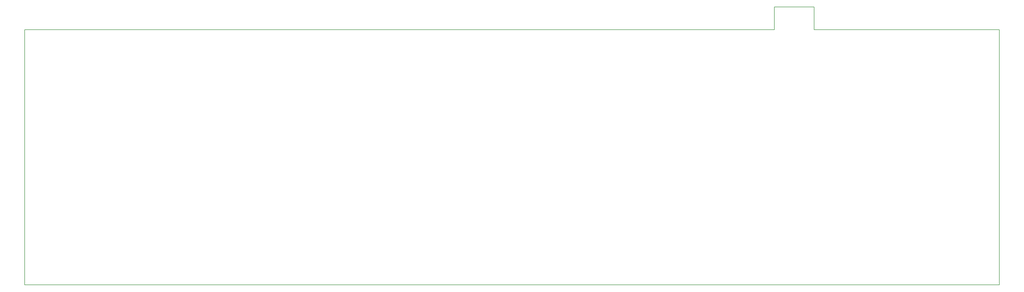
<source format=gm1>
G04 #@! TF.FileFunction,Profile,NP*
%FSLAX46Y46*%
G04 Gerber Fmt 4.6, Leading zero omitted, Abs format (unit mm)*
G04 Created by KiCad (PCBNEW 4.0.5) date Sunday, March 05, 2017 'PMt' 02:31:47 PM*
%MOMM*%
%LPD*%
G01*
G04 APERTURE LIST*
%ADD10C,0.150000*%
G04 APERTURE END LIST*
D10*
X338000000Y-13500000D02*
X338000000Y-21500000D01*
X73025000Y-111760000D02*
X73025000Y-21526500D01*
X338000000Y-21500000D02*
X73025000Y-21526500D01*
X338000000Y-13500000D02*
X352000000Y-13500000D01*
X352000000Y-21500000D02*
X417500000Y-21500000D01*
X352000000Y-13500000D02*
X352000000Y-21500000D01*
X417500000Y-111750000D02*
X417500000Y-21500000D01*
X73025000Y-111760000D02*
X417500000Y-111750000D01*
M02*

</source>
